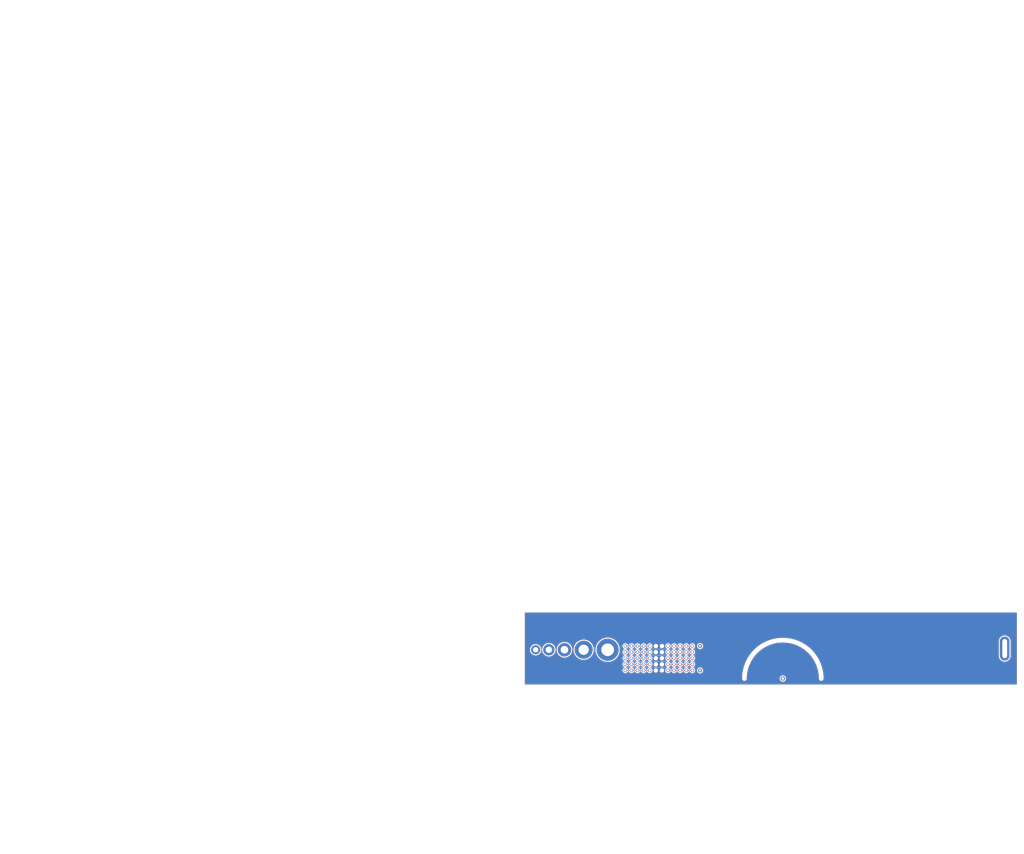
<source format=kicad_pcb>
(kicad_pcb (version 20240108) (generator "pcbnew") (generator_version "8.0")
  (layers (0 "F.Cu" signal) (31 "B.Cu" signal) (34 "B.Paste" user) (35 "F.Paste" user) (36 "B.SilkS" user "B.Silkscreen") (37 "F.SilkS" user "F.Silkscreen") (38 "B.Mask" user) (39 "F.Mask" user) (44 "Edge.Cuts" user))
  (net 0 "")
  (footprint "LED_THT:LED_D5.0mm_Horizontal_O3.81mm_Z15.0mm" (layer "F.Cu") (at 115.64 107.88 180)
    (property "Reference" "LED")
    (property "Value" "LED_D5.0mm_Horizontal_O3.81mm_Z15.0mm")
  )
  (footprint "Capacitor_SMD:C_1206_3216Metric" (layer "F.Cu") (at 122.86 94.52 180)
    (property "Reference" "1206")
    (property "Value" "C_1206_3216Metric")
    (pad "1" smd roundrect (at -1.475001 0 180) (size 1.15 1.8) (layers "F.Cu" "F.Paste" "F.Mask") (roundrect_rratio 0.217391))
    (pad "2" smd roundrect (at 1.475001 0 180) (size 1.15 1.8) (layers "F.Cu" "F.Paste" "F.Mask") (roundrect_rratio 0.217391))
  )
  (footprint "breadboard" (layer "F.Cu") (at 78.425 97.7795)
    (property "Reference" "REF**" (hide yes))
    (property "Value" "breadboard")
    (fp_line (start -1.27 1.27) (end 29.21 1.27) (stroke (width 0.1)) (layer "B.SilkS"))
    (fp_line (start -1.27 3.81) (end 29.21 3.81) (stroke (width 0.1)) (layer "B.SilkS"))
    (fp_line (start -1.27 6.35) (end 29.21 6.35) (stroke (width 0.1)) (layer "B.SilkS"))
    (fp_line (start -1.27 8.89) (end 29.21 8.89) (stroke (width 0.1)) (layer "B.SilkS"))
    (fp_line (start -1.27 1.27) (end 29.21 1.27) (stroke (width 0.1)) (layer "F.SilkS"))
    (fp_line (start -1.27 3.81) (end 29.21 3.81) (stroke (width 0.1)) (layer "F.SilkS"))
    (fp_line (start -1.27 6.35) (end 29.21 6.35) (stroke (width 0.1)) (layer "F.SilkS"))
    (fp_line (start -1.27 8.89) (end 29.21 8.89) (stroke (width 0.1)) (layer "F.SilkS"))
    (pad "" np_thru_hole circle (at 12.7 0) (size 1.4 1.4) (drill 1.4) (layers "F&B.Cu" "*.Mask"))
    (pad "" np_thru_hole circle (at 12.7 2.54) (size 1.4 1.4) (drill 1.4) (layers "F&B.Cu" "*.Mask"))
    (pad "" np_thru_hole circle (at 12.7 5.08) (size 1.4 1.4) (drill 1.4) (layers "F&B.Cu" "*.Mask"))
    (pad "" np_thru_hole circle (at 12.7 7.62) (size 1.4 1.4) (drill 1.4) (layers "F&B.Cu" "*.Mask"))
    (pad "" np_thru_hole circle (at 12.7 10.16) (size 1.4 1.4) (drill 1.4) (layers "F&B.Cu" "*.Mask"))
    (pad "" np_thru_hole circle (at 15.24 0) (size 1.4 1.4) (drill 1.4) (layers "F&B.Cu" "*.Mask"))
    (pad "" np_thru_hole circle (at 15.24 2.54) (size 1.4 1.4) (drill 1.4) (layers "F&B.Cu" "*.Mask"))
    (pad "" np_thru_hole circle (at 15.24 5.08) (size 1.4 1.4) (drill 1.4) (layers "F&B.Cu" "*.Mask"))
    (pad "" np_thru_hole circle (at 15.24 7.62) (size 1.4 1.4) (drill 1.4) (layers "F&B.Cu" "*.Mask"))
    (pad "" np_thru_hole circle (at 15.24 10.16) (size 1.4 1.4) (drill 1.4) (layers "F&B.Cu" "*.Mask"))
    (pad "1" thru_hole circle (at 0 0) (size 1.4 1.4) (drill 1) (layers "*.Cu" "*.Mask"))
    (pad "1" thru_hole circle (at 0 2.54) (size 1.4 1.4) (drill 1) (layers "*.Cu" "*.Mask"))
    (pad "1" thru_hole circle (at 0 5.08) (size 1.4 1.4) (drill 1) (layers "*.Cu" "*.Mask"))
    (pad "1" thru_hole circle (at 0 7.62) (size 1.4 1.4) (drill 1) (layers "*.Cu" "*.Mask"))
    (pad "1" thru_hole circle (at 0 10.16) (size 1.4 1.4) (drill 1) (layers "*.Cu" "*.Mask"))
    (pad "2" thru_hole circle (at 2.54 0) (size 1.4 1.4) (drill 1) (layers "*.Cu" "*.Mask"))
    (pad "2" thru_hole circle (at 2.54 2.54) (size 1.4 1.4) (drill 1) (layers "*.Cu" "*.Mask"))
    (pad "2" thru_hole circle (at 2.54 5.08) (size 1.4 1.4) (drill 1) (layers "*.Cu" "*.Mask"))
    (pad "2" thru_hole circle (at 2.54 7.62) (size 1.4 1.4) (drill 1) (layers "*.Cu" "*.Mask"))
    (pad "2" thru_hole circle (at 2.54 10.16) (size 1.4 1.4) (drill 1) (layers "*.Cu" "*.Mask"))
    (pad "3" thru_hole circle (at 5.08 0) (size 1.4 1.4) (drill 1) (layers "*.Cu" "*.Mask"))
    (pad "3" thru_hole circle (at 5.08 2.54) (size 1.4 1.4) (drill 1) (layers "*.Cu" "*.Mask"))
    (pad "3" thru_hole circle (at 5.08 5.08) (size 1.4 1.4) (drill 1) (layers "*.Cu" "*.Mask"))
    (pad "3" thru_hole circle (at 5.08 7.62) (size 1.4 1.4) (drill 1) (layers "*.Cu" "*.Mask"))
    (pad "3" thru_hole circle (at 5.08 10.16) (size 1.4 1.4) (drill 1) (layers "*.Cu" "*.Mask"))
    (pad "4" thru_hole circle (at 7.62 0) (size 1.4 1.4) (drill 1) (layers "*.Cu" "*.Mask"))
    (pad "4" thru_hole circle (at 7.62 2.54) (size 1.4 1.4) (drill 1) (layers "*.Cu" "*.Mask"))
    (pad "4" thru_hole circle (at 7.62 5.08) (size 1.4 1.4) (drill 1) (layers "*.Cu" "*.Mask"))
    (pad "4" thru_hole circle (at 7.62 7.62) (size 1.4 1.4) (drill 1) (layers "*.Cu" "*.Mask"))
    (pad "4" thru_hole circle (at 7.62 10.16) (size 1.4 1.4) (drill 1) (layers "*.Cu" "*.Mask"))
    (pad "5" thru_hole circle (at 10.16 0) (size 1.4 1.4) (drill 1) (layers "*.Cu" "*.Mask"))
    (pad "5" thru_hole circle (at 10.16 2.54) (size 1.4 1.4) (drill 1) (layers "*.Cu" "*.Mask"))
    (pad "5" thru_hole circle (at 10.16 5.08) (size 1.4 1.4) (drill 1) (layers "*.Cu" "*.Mask"))
    (pad "5" thru_hole circle (at 10.16 7.62) (size 1.4 1.4) (drill 1) (layers "*.Cu" "*.Mask"))
    (pad "5" thru_hole circle (at 10.16 10.16) (size 1.4 1.4) (drill 1) (layers "*.Cu" "*.Mask"))
    (pad "8" thru_hole circle (at 17.78 0) (size 1.4 1.4) (drill 1) (layers "*.Cu" "*.Mask"))
    (pad "8" thru_hole circle (at 17.78 2.54) (size 1.4 1.4) (drill 1) (layers "*.Cu" "*.Mask"))
    (pad "8" thru_hole circle (at 17.78 5.08) (size 1.4 1.4) (drill 1) (layers "*.Cu" "*.Mask"))
    (pad "8" thru_hole circle (at 17.78 7.62) (size 1.4 1.4) (drill 1) (layers "*.Cu" "*.Mask"))
    (pad "8" thru_hole circle (at 17.78 10.16) (size 1.4 1.4) (drill 1) (layers "*.Cu" "*.Mask"))
    (pad "9" thru_hole circle (at 20.32 0) (size 1.4 1.4) (drill 1) (layers "*.Cu" "*.Mask"))
    (pad "9" thru_hole circle (at 20.32 2.54) (size 1.4 1.4) (drill 1) (layers "*.Cu" "*.Mask"))
    (pad "9" thru_hole circle (at 20.32 5.08) (size 1.4 1.4) (drill 1) (layers "*.Cu" "*.Mask"))
    (pad "9" thru_hole circle (at 20.32 7.62) (size 1.4 1.4) (drill 1) (layers "*.Cu" "*.Mask"))
    (pad "9" thru_hole circle (at 20.32 10.16) (size 1.4 1.4) (drill 1) (layers "*.Cu" "*.Mask"))
    (pad "10" thru_hole circle (at 22.86 0) (size 1.4 1.4) (drill 1) (layers "*.Cu" "*.Mask"))
    (pad "10" thru_hole circle (at 22.86 2.54) (size 1.4 1.4) (drill 1) (layers "*.Cu" "*.Mask"))
    (pad "10" thru_hole circle (at 22.86 5.08) (size 1.4 1.4) (drill 1) (layers "*.Cu" "*.Mask"))
    (pad "10" thru_hole circle (at 22.86 7.62) (size 1.4 1.4) (drill 1) (layers "*.Cu" "*.Mask"))
    (pad "10" thru_hole circle (at 22.86 10.16) (size 1.4 1.4) (drill 1) (layers "*.Cu" "*.Mask"))
    (pad "11" thru_hole circle (at 25.4 0) (size 1.4 1.4) (drill 1) (layers "*.Cu" "*.Mask"))
    (pad "11" thru_hole circle (at 25.4 2.54) (size 1.4 1.4) (drill 1) (layers "*.Cu" "*.Mask"))
    (pad "11" thru_hole circle (at 25.4 5.08) (size 1.4 1.4) (drill 1) (layers "*.Cu" "*.Mask"))
    (pad "11" thru_hole circle (at 25.4 7.62) (size 1.4 1.4) (drill 1) (layers "*.Cu" "*.Mask"))
    (pad "11" thru_hole circle (at 25.4 10.16) (size 1.4 1.4) (drill 1) (layers "*.Cu" "*.Mask"))
    (pad "12" thru_hole circle (at 27.94 0) (size 1.4 1.4) (drill 1) (layers "*.Cu" "*.Mask"))
    (pad "12" thru_hole circle (at 27.94 2.54) (size 1.4 1.4) (drill 1) (layers "*.Cu" "*.Mask"))
    (pad "12" thru_hole circle (at 27.94 5.08) (size 1.4 1.4) (drill 1) (layers "*.Cu" "*.Mask"))
    (pad "12" thru_hole circle (at 27.94 7.62) (size 1.4 1.4) (drill 1) (layers "*.Cu" "*.Mask"))
    (pad "12" thru_hole circle (at 27.94 10.16) (size 1.4 1.4) (drill 1) (layers "*.Cu" "*.Mask"))
  )
  (footprint "MountingHole:MountingHole_2.1mm" (layer "F.Cu") (at 236.524286 98.82)
    (property "Reference" "REF**" (hide yes))
    (property "Value" "MountingHole_2.1mm")
    (pad "" np_thru_hole roundrect (at 0 0) (size 4 10) (drill oval 2 8) (layers "F&B.Cu" "*.Mask") (roundrect_rratio 0.5))
  )
  (footprint "Package_TO_SOT_SMD:SOT-223" (layer "F.Cu") (at 121.34 101.78 90)
    (property "Reference" "SOT223")
    (property "Value" "SOT-223")
    (pad "1" smd roundrect (at -3.15 -2.3 90) (size 2 1.5) (layers "F.Cu" "F.Paste" "F.Mask"))
    (pad "2" smd roundrect (at -3.149999 0 90) (size 2 1.5) (layers "F.Cu" "F.Paste" "F.Mask"))
    (pad "3" smd roundrect (at -3.15 2.3 90) (size 2 1.5) (layers "F.Cu" "F.Paste" "F.Mask"))
    (pad "4" smd roundrect (at 3.149999 0 90) (size 2 3.8) (layers "F.Cu" "F.Paste" "F.Mask"))
  )
  (footprint "MountingHole:MountingHole_5.3mm_M5_DIN965_Pad" (layer "F.Cu") (at 71.06 99.32)
    (property "Reference" "REF**" (hide yes))
    (property "Value" "MountingHole_5.3mm_M5_DIN965_Pad")
    (pad "1" thru_hole circle (at 0 0) (size 9.2 9.2) (drill 5.3) (layers "*.Cu" "*.Mask"))
  )
  (footprint "Capacitor_SMD:C_0603_1608Metric" (layer "F.Cu") (at 126.48 94.904998 -90)
    (property "Reference" "0603")
    (property "Value" "C_0603_1608Metric")
    (pad "1" smd roundrect (at -0.775 0 270) (size 0.9 0.95) (layers "F.Cu" "F.Paste" "F.Mask"))
    (pad "2" smd roundrect (at 0.775 0 270) (size 0.9 0.95) (layers "F.Cu" "F.Paste" "F.Mask"))
  )
  (footprint "MountingHole:MountingHole_2.2mm_M2_DIN965_Pad" (layer "F.Cu") (at 41.06 99.32)
    (property "Reference" "REF**" (hide yes))
    (property "Value" "MountingHole_2.2mm_M2_DIN965_Pad")
    (pad "1" thru_hole circle (at 0 0) (size 3.8 3.8) (drill 2.2) (layers "*.Cu" "*.Mask"))
  )
  (footprint "Package_TO_SOT_SMD:SOT-23" (layer "F.Cu") (at 118.41 95.08 90)
    (property "Reference" "SOT23")
    (property "Value" "SOT-23")
    (pad "1" smd roundrect (at -0.9375 -0.95 90) (size 1.475 0.6) (layers "F.Cu" "F.Paste" "F.Mask"))
    (pad "2" smd roundrect (at -0.9375 0.95 90) (size 1.475 0.6) (layers "F.Cu" "F.Paste" "F.Mask"))
    (pad "3" smd roundrect (at 0.937501 0 90) (size 1.475 0.6) (layers "F.Cu" "F.Paste" "F.Mask"))
  )
  (footprint "Resistor_THT:R_Axial_DIN0207_L6.3mm_D2.5mm_P10.16mm_Horizontal" (layer "F.Cu") (at 109.585 107.9395 90)
    (property "Reference" "RES")
    (property "Value" "R_Axial_DIN0207_L6.3mm_D2.5mm_P10.16mm_Horizontal")
    (pad "1" thru_hole circle (at 0 0 90) (size 1.6 1.6) (drill 0.8) (layers "*.Cu" "*.Mask"))
    (pad "2" thru_hole oval (at 10.16 0 90) (size 1.6 1.6) (drill 0.8) (layers "*.Cu" "*.Mask"))
  )
  (footprint "MountingHole:MountingHole_3.2mm_M3_DIN965_Pad" (layer "F.Cu") (at 53.06 99.32)
    (property "Reference" "REF**" (hide yes))
    (property "Value" "MountingHole_3.2mm_M3_DIN965_Pad")
    (pad "1" thru_hole circle (at 0 0) (size 5.6 5.6) (drill 3.2) (layers "*.Cu" "*.Mask"))
  )
  (footprint "Capacitor_SMD:C_0402_1005Metric" (layer "F.Cu") (at 128.26 94.429998 -90)
    (property "Reference" "0402")
    (property "Value" "C_0402_1005Metric")
    (pad "1" smd roundrect (at -0.48 0 270) (size 0.56 0.62) (layers "F.Cu" "F.Paste" "F.Mask"))
    (pad "2" smd roundrect (at 0.48 0 270) (size 0.56 0.62) (layers "F.Cu" "F.Paste" "F.Mask"))
  )
  (footprint "LED_SMD:LED_WS2812B_PLCC4_5.0x5.0mm_P3.2mm" (layer "F.Cu") (at 121.64 109.68)
    (property "Reference" "WS2812")
    (property "Value" "LED_WS2812B_PLCC4_5.0x5.0mm_P3.2mm")
    (pad "1" smd rect (at -2.45 -1.65) (size 1.5 0.9) (layers "F.Cu" "F.Paste" "F.Mask"))
    (pad "2" smd rect (at -2.45 1.65) (size 1.5 0.9) (layers "F.Cu" "F.Paste" "F.Mask"))
    (pad "3" smd rect (at 2.45 1.65) (size 1.5 0.9) (layers "F.Cu" "F.Paste" "F.Mask"))
    (pad "4" smd rect (at 2.45 -1.65) (size 1.5 0.9) (layers "F.Cu" "F.Paste" "F.Mask"))
  )
  (footprint "RESISTORS" (layer "F.Cu") (at 222.4195 101.045)
    (property "Reference" "REF**" (hide yes))
    (property "Value" "RESISTORS")
  )
  (footprint "MountingHole:MountingHole_2.7mm_M2.5_DIN965_Pad" (layer "F.Cu") (at 46.56 99.32)
    (property "Reference" "REF**" (hide yes))
    (property "Value" "MountingHole_2.7mm_M2.5_DIN965_Pad")
    (pad "1" thru_hole circle (at 0 0) (size 4.7 4.7) (drill 2.7) (layers "*.Cu" "*.Mask"))
  )
  (footprint "MountingHole:MountingHole_4.3mm_M4_DIN965_Pad" (layer "F.Cu") (at 61.06 99.32)
    (property "Reference" "REF**" (hide yes))
    (property "Value" "MountingHole_4.3mm_M4_DIN965_Pad")
    (pad "1" thru_hole circle (at 0 0) (size 7.5 7.5) (drill 4.3) (layers "*.Cu" "*.Mask"))
  )
  (gr_arc (start 127.06 111.32) (mid 144.06 94.32) (end 161.06 111.32) (stroke (width 0.05)) (layer "Edge.Cuts"))
  (gr_arc (start 129.06 111.32) (mid 144.06 96.32) (end 159.06 111.32) (stroke (width 0.05)) (layer "Edge.Cuts"))
  (gr_rect (start 36.56 83.82) (end 241.56 113.82) (stroke (width 0.05)) (fill none) (layer "Edge.Cuts"))
  (gr_arc (start 161.06 111.32) (mid 160.06 112.32) (end 159.06 111.32) (stroke (width 0.05)) (layer "Edge.Cuts"))
  (gr_arc (start 129.06 111.32) (mid 128.06 112.32) (end 127.06 111.32) (stroke (width 0.05)) (layer "Edge.Cuts"))
  (segment (start 88.585 105.3995) (end 78.425 105.3995) (width 0.2) (layer "F.Cu") (net 0))
  (segment (start 78.425 97.7795) (end 88.585 97.7795) (width 0.2) (layer "F.Cu") (net 0))
  (segment (start 106.365 102.8595) (end 96.205 102.8595) (width 0.2) (layer "F.Cu") (net 0))
  (segment (start 106.365 97.7795) (end 96.205 97.7795) (width 0.2) (layer "F.Cu") (net 0))
  (segment (start 88.585 100.3195) (end 78.425 100.3195) (width 0.2) (layer "F.Cu") (net 0))
  (segment (start 96.205 105.3995) (end 106.365 105.3995) (width 0.2) (layer "F.Cu") (net 0))
  (segment (start 106.365 107.9395) (end 96.205 107.9395) (width 0.2) (layer "F.Cu") (net 0))
  (segment (start 78.425 102.8595) (end 88.585 102.8595) (width 0.2) (layer "F.Cu") (net 0))
  (segment (start 78.425 107.9395) (end 88.585 107.9395) (width 0.2) (layer "F.Cu") (net 0))
  (segment (start 96.205 100.3195) (end 106.365 100.3195) (width 0.2) (layer "F.Cu") (net 0))
  (via (at 144.06 111.32) (size 1.7) (drill 1) (layers "F.Cu" "B.Cu") (net 0))
  (zone (net 0) (net_name "") (layers "F&B.Cu") (connect_pads (clearance 0.5)) (min_thickness 0.25) (fill yes (thermal_gap 0.5) (thermal_bridge_width 0.5) (island_removal_mode 1) (island_area_min 10))
    (polygon (pts (xy 36.56 83.82) (xy 241.56 83.82) (xy 241.56 113.82) (xy 36.56 113.82)))
  )
)
</source>
